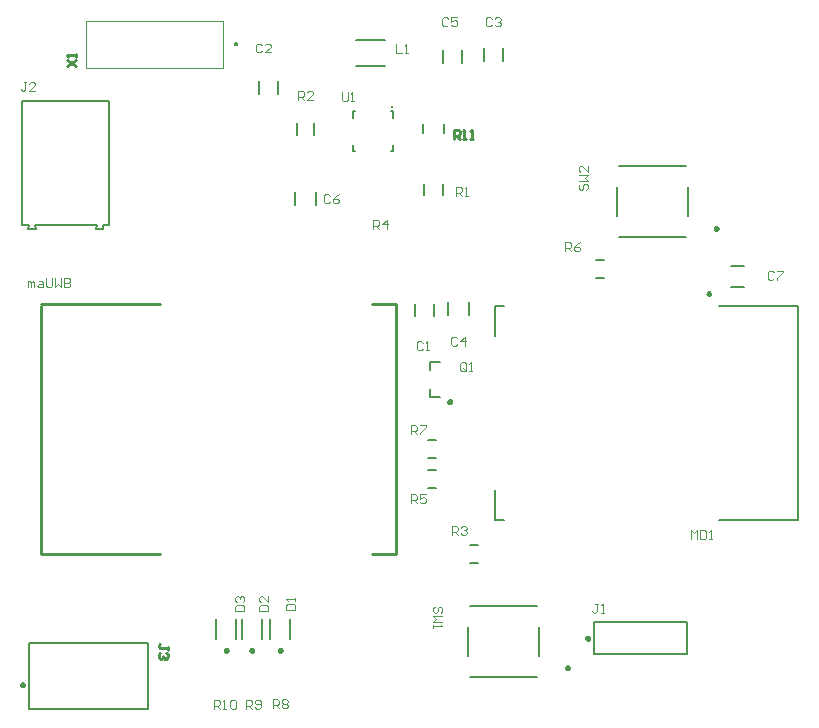
<source format=gto>
%FSTAX23Y23*%
%MOIN*%
%SFA1B1*%

%IPPOS*%
%ADD10C,0.009840*%
%ADD11C,0.007870*%
%ADD12C,0.003940*%
%ADD13C,0.010000*%
%LNmblps_transreceiver_pcb_2-1*%
%LPD*%
G54D10*
X02323Y01417D02*
D01*
X02323Y01418*
X02323Y01418*
X02323Y01418*
X02323Y01419*
X02323Y01419*
X02323Y01419*
X02323Y0142*
X02322Y0142*
X02322Y0142*
X02322Y0142*
X02322Y01421*
X02322Y01421*
X02321Y01421*
X02321Y01421*
X02321Y01421*
X0232Y01422*
X0232Y01422*
X0232Y01422*
X0232Y01422*
X02319Y01422*
X02319Y01422*
X02318Y01422*
X02318*
X02318Y01422*
X02317Y01422*
X02317Y01422*
X02317Y01422*
X02316Y01422*
X02316Y01422*
X02316Y01421*
X02316Y01421*
X02315Y01421*
X02315Y01421*
X02315Y01421*
X02315Y0142*
X02314Y0142*
X02314Y0142*
X02314Y0142*
X02314Y01419*
X02314Y01419*
X02314Y01419*
X02314Y01418*
X02313Y01418*
X02313Y01418*
X02313Y01417*
X02313Y01417*
X02313Y01417*
X02314Y01416*
X02314Y01416*
X02314Y01416*
X02314Y01415*
X02314Y01415*
X02314Y01415*
X02314Y01414*
X02315Y01414*
X02315Y01414*
X02315Y01414*
X02315Y01413*
X02316Y01413*
X02316Y01413*
X02316Y01413*
X02316Y01413*
X02317Y01413*
X02317Y01412*
X02317Y01412*
X02318Y01412*
X02318Y01412*
X02318*
X02319Y01412*
X02319Y01412*
X0232Y01412*
X0232Y01413*
X0232Y01413*
X0232Y01413*
X02321Y01413*
X02321Y01413*
X02321Y01413*
X02322Y01414*
X02322Y01414*
X02322Y01414*
X02322Y01414*
X02322Y01415*
X02323Y01415*
X02323Y01415*
X02323Y01416*
X02323Y01416*
X02323Y01416*
X02323Y01417*
X02323Y01417*
X02323Y01417*
X00035Y00115D02*
D01*
X00035Y00115*
X00035Y00115*
X00035Y00116*
X00035Y00116*
X00034Y00116*
X00034Y00117*
X00034Y00117*
X00034Y00117*
X00034Y00117*
X00034Y00118*
X00033Y00118*
X00033Y00118*
X00033Y00118*
X00033Y00119*
X00032Y00119*
X00032Y00119*
X00032Y00119*
X00031Y00119*
X00031Y00119*
X00031Y00119*
X0003Y00119*
X0003Y00119*
X0003*
X00029Y00119*
X00029Y00119*
X00029Y00119*
X00028Y00119*
X00028Y00119*
X00028Y00119*
X00027Y00119*
X00027Y00119*
X00027Y00118*
X00027Y00118*
X00026Y00118*
X00026Y00118*
X00026Y00117*
X00026Y00117*
X00025Y00117*
X00025Y00117*
X00025Y00116*
X00025Y00116*
X00025Y00116*
X00025Y00115*
X00025Y00115*
X00025Y00115*
X00025Y00114*
X00025Y00114*
X00025Y00113*
X00025Y00113*
X00025Y00113*
X00025Y00112*
X00025Y00112*
X00026Y00112*
X00026Y00112*
X00026Y00111*
X00026Y00111*
X00027Y00111*
X00027Y00111*
X00027Y0011*
X00027Y0011*
X00028Y0011*
X00028Y0011*
X00028Y0011*
X00029Y0011*
X00029Y0011*
X00029Y0011*
X0003Y0011*
X0003*
X0003Y0011*
X00031Y0011*
X00031Y0011*
X00031Y0011*
X00032Y0011*
X00032Y0011*
X00032Y0011*
X00033Y0011*
X00033Y00111*
X00033Y00111*
X00033Y00111*
X00034Y00111*
X00034Y00112*
X00034Y00112*
X00034Y00112*
X00034Y00112*
X00034Y00113*
X00035Y00113*
X00035Y00113*
X00035Y00114*
X00035Y00114*
X00035Y00115*
X01919Y0027D02*
D01*
X01919Y0027*
X01919Y0027*
X01919Y00271*
X01919Y00271*
X01919Y00271*
X01919Y00272*
X01919Y00272*
X01918Y00272*
X01918Y00272*
X01918Y00273*
X01918Y00273*
X01918Y00273*
X01917Y00273*
X01917Y00274*
X01917Y00274*
X01916Y00274*
X01916Y00274*
X01916Y00274*
X01915Y00274*
X01915Y00274*
X01915Y00274*
X01914Y00274*
X01914*
X01914Y00274*
X01913Y00274*
X01913Y00274*
X01913Y00274*
X01912Y00274*
X01912Y00274*
X01912Y00274*
X01912Y00274*
X01911Y00273*
X01911Y00273*
X01911Y00273*
X01911Y00273*
X0191Y00272*
X0191Y00272*
X0191Y00272*
X0191Y00272*
X0191Y00271*
X0191Y00271*
X01909Y00271*
X01909Y0027*
X01909Y0027*
X01909Y0027*
X01909Y00269*
X01909Y00269*
X01909Y00268*
X0191Y00268*
X0191Y00268*
X0191Y00267*
X0191Y00267*
X0191Y00267*
X0191Y00267*
X01911Y00266*
X01911Y00266*
X01911Y00266*
X01911Y00266*
X01912Y00265*
X01912Y00265*
X01912Y00265*
X01912Y00265*
X01913Y00265*
X01913Y00265*
X01913Y00265*
X01914Y00265*
X01914Y00265*
X01914*
X01915Y00265*
X01915Y00265*
X01915Y00265*
X01916Y00265*
X01916Y00265*
X01916Y00265*
X01917Y00265*
X01917Y00265*
X01917Y00266*
X01918Y00266*
X01918Y00266*
X01918Y00266*
X01918Y00267*
X01918Y00267*
X01919Y00267*
X01919Y00267*
X01919Y00268*
X01919Y00268*
X01919Y00268*
X01919Y00269*
X01919Y00269*
X01919Y0027*
X00714Y00229D02*
D01*
X00714Y00229*
X00714Y00229*
X00714Y0023*
X00714Y0023*
X00714Y0023*
X00714Y00231*
X00714Y00231*
X00714Y00231*
X00713Y00232*
X00713Y00232*
X00713Y00232*
X00713Y00232*
X00713Y00233*
X00712Y00233*
X00712Y00233*
X00712Y00233*
X00711Y00233*
X00711Y00233*
X00711Y00233*
X0071Y00233*
X0071Y00234*
X0071Y00234*
X00709*
X00709Y00234*
X00709Y00233*
X00708Y00233*
X00708Y00233*
X00708Y00233*
X00707Y00233*
X00707Y00233*
X00707Y00233*
X00706Y00233*
X00706Y00232*
X00706Y00232*
X00706Y00232*
X00706Y00232*
X00705Y00231*
X00705Y00231*
X00705Y00231*
X00705Y0023*
X00705Y0023*
X00705Y0023*
X00705Y00229*
X00705Y00229*
X00705Y00229*
X00705Y00228*
X00705Y00228*
X00705Y00228*
X00705Y00227*
X00705Y00227*
X00705Y00227*
X00705Y00226*
X00705Y00226*
X00706Y00226*
X00706Y00225*
X00706Y00225*
X00706Y00225*
X00706Y00225*
X00707Y00225*
X00707Y00224*
X00707Y00224*
X00708Y00224*
X00708Y00224*
X00708Y00224*
X00709Y00224*
X00709Y00224*
X00709Y00224*
X0071*
X0071Y00224*
X0071Y00224*
X00711Y00224*
X00711Y00224*
X00711Y00224*
X00712Y00224*
X00712Y00224*
X00712Y00225*
X00713Y00225*
X00713Y00225*
X00713Y00225*
X00713Y00225*
X00713Y00226*
X00714Y00226*
X00714Y00226*
X00714Y00227*
X00714Y00227*
X00714Y00227*
X00714Y00228*
X00714Y00228*
X00714Y00228*
X00714Y00229*
X00894D02*
D01*
X00894Y00229*
X00894Y00229*
X00894Y0023*
X00894Y0023*
X00894Y0023*
X00894Y00231*
X00894Y00231*
X00894Y00231*
X00893Y00232*
X00893Y00232*
X00893Y00232*
X00893Y00232*
X00893Y00233*
X00892Y00233*
X00892Y00233*
X00892Y00233*
X00891Y00233*
X00891Y00233*
X00891Y00233*
X0089Y00233*
X0089Y00234*
X0089Y00234*
X00889*
X00889Y00234*
X00889Y00233*
X00888Y00233*
X00888Y00233*
X00888Y00233*
X00887Y00233*
X00887Y00233*
X00887Y00233*
X00886Y00233*
X00886Y00232*
X00886Y00232*
X00886Y00232*
X00886Y00232*
X00885Y00231*
X00885Y00231*
X00885Y00231*
X00885Y0023*
X00885Y0023*
X00885Y0023*
X00885Y00229*
X00885Y00229*
X00885Y00229*
X00885Y00228*
X00885Y00228*
X00885Y00228*
X00885Y00227*
X00885Y00227*
X00885Y00227*
X00885Y00226*
X00885Y00226*
X00886Y00226*
X00886Y00225*
X00886Y00225*
X00886Y00225*
X00886Y00225*
X00887Y00225*
X00887Y00224*
X00887Y00224*
X00888Y00224*
X00888Y00224*
X00888Y00224*
X00889Y00224*
X00889Y00224*
X00889Y00224*
X0089*
X0089Y00224*
X0089Y00224*
X00891Y00224*
X00891Y00224*
X00891Y00224*
X00892Y00224*
X00892Y00224*
X00892Y00225*
X00893Y00225*
X00893Y00225*
X00893Y00225*
X00893Y00225*
X00893Y00226*
X00894Y00226*
X00894Y00226*
X00894Y00227*
X00894Y00227*
X00894Y00227*
X00894Y00228*
X00894Y00228*
X00894Y00228*
X00894Y00229*
X00799D02*
D01*
X00799Y00229*
X00799Y00229*
X00799Y0023*
X00799Y0023*
X00799Y0023*
X00799Y00231*
X00799Y00231*
X00799Y00231*
X00798Y00232*
X00798Y00232*
X00798Y00232*
X00798Y00232*
X00798Y00233*
X00797Y00233*
X00797Y00233*
X00797Y00233*
X00796Y00233*
X00796Y00233*
X00796Y00233*
X00795Y00233*
X00795Y00234*
X00795Y00234*
X00794*
X00794Y00234*
X00794Y00233*
X00793Y00233*
X00793Y00233*
X00793Y00233*
X00792Y00233*
X00792Y00233*
X00792Y00233*
X00791Y00233*
X00791Y00232*
X00791Y00232*
X00791Y00232*
X00791Y00232*
X0079Y00231*
X0079Y00231*
X0079Y00231*
X0079Y0023*
X0079Y0023*
X0079Y0023*
X0079Y00229*
X0079Y00229*
X0079Y00229*
X0079Y00228*
X0079Y00228*
X0079Y00228*
X0079Y00227*
X0079Y00227*
X0079Y00227*
X0079Y00226*
X0079Y00226*
X00791Y00226*
X00791Y00225*
X00791Y00225*
X00791Y00225*
X00791Y00225*
X00792Y00225*
X00792Y00224*
X00792Y00224*
X00793Y00224*
X00793Y00224*
X00793Y00224*
X00794Y00224*
X00794Y00224*
X00794Y00224*
X00795*
X00795Y00224*
X00795Y00224*
X00796Y00224*
X00796Y00224*
X00796Y00224*
X00797Y00224*
X00797Y00224*
X00797Y00225*
X00798Y00225*
X00798Y00225*
X00798Y00225*
X00798Y00225*
X00798Y00226*
X00799Y00226*
X00799Y00226*
X00799Y00227*
X00799Y00227*
X00799Y00227*
X00799Y00228*
X00799Y00228*
X00799Y00228*
X00799Y00229*
X02347Y01636D02*
D01*
X02347Y01636*
X02347Y01637*
X02347Y01637*
X02347Y01637*
X02347Y01638*
X02347Y01638*
X02346Y01638*
X02346Y01639*
X02346Y01639*
X02346Y01639*
X02346Y01639*
X02345Y0164*
X02345Y0164*
X02345Y0164*
X02345Y0164*
X02344Y0164*
X02344Y0164*
X02344Y01641*
X02343Y01641*
X02343Y01641*
X02343Y01641*
X02342Y01641*
X02342*
X02342Y01641*
X02341Y01641*
X02341Y01641*
X02341Y01641*
X0234Y0164*
X0234Y0164*
X0234Y0164*
X02339Y0164*
X02339Y0164*
X02339Y0164*
X02339Y01639*
X02338Y01639*
X02338Y01639*
X02338Y01639*
X02338Y01638*
X02338Y01638*
X02337Y01638*
X02337Y01637*
X02337Y01637*
X02337Y01637*
X02337Y01636*
X02337Y01636*
X02337Y01636*
X02337Y01635*
X02337Y01635*
X02337Y01635*
X02337Y01634*
X02338Y01634*
X02338Y01634*
X02338Y01633*
X02338Y01633*
X02338Y01633*
X02339Y01633*
X02339Y01632*
X02339Y01632*
X02339Y01632*
X0234Y01632*
X0234Y01631*
X0234Y01631*
X02341Y01631*
X02341Y01631*
X02341Y01631*
X02342Y01631*
X02342Y01631*
X02342*
X02343Y01631*
X02343Y01631*
X02343Y01631*
X02344Y01631*
X02344Y01631*
X02344Y01631*
X02345Y01632*
X02345Y01632*
X02345Y01632*
X02345Y01632*
X02346Y01633*
X02346Y01633*
X02346Y01633*
X02346Y01633*
X02346Y01634*
X02347Y01634*
X02347Y01634*
X02347Y01635*
X02347Y01635*
X02347Y01635*
X02347Y01636*
X02347Y01636*
X01459Y01057D02*
D01*
X01459Y01058*
X01459Y01058*
X01459Y01058*
X01459Y01059*
X01459Y01059*
X01459Y01059*
X01459Y0106*
X01459Y0106*
X01458Y0106*
X01458Y0106*
X01458Y01061*
X01458Y01061*
X01458Y01061*
X01457Y01061*
X01457Y01062*
X01457Y01062*
X01456Y01062*
X01456Y01062*
X01456Y01062*
X01455Y01062*
X01455Y01062*
X01455Y01062*
X01454*
X01454Y01062*
X01454Y01062*
X01453Y01062*
X01453Y01062*
X01453Y01062*
X01452Y01062*
X01452Y01062*
X01452Y01061*
X01451Y01061*
X01451Y01061*
X01451Y01061*
X01451Y0106*
X01451Y0106*
X0145Y0106*
X0145Y0106*
X0145Y01059*
X0145Y01059*
X0145Y01059*
X0145Y01058*
X0145Y01058*
X0145Y01058*
X0145Y01057*
X0145Y01057*
X0145Y01057*
X0145Y01056*
X0145Y01056*
X0145Y01056*
X0145Y01055*
X0145Y01055*
X0145Y01055*
X01451Y01054*
X01451Y01054*
X01451Y01054*
X01451Y01054*
X01451Y01053*
X01452Y01053*
X01452Y01053*
X01452Y01053*
X01453Y01053*
X01453Y01053*
X01453Y01053*
X01454Y01052*
X01454Y01052*
X01454Y01052*
X01455*
X01455Y01052*
X01455Y01052*
X01456Y01053*
X01456Y01053*
X01456Y01053*
X01457Y01053*
X01457Y01053*
X01457Y01053*
X01458Y01053*
X01458Y01054*
X01458Y01054*
X01458Y01054*
X01458Y01054*
X01459Y01055*
X01459Y01055*
X01459Y01055*
X01459Y01056*
X01459Y01056*
X01459Y01056*
X01459Y01057*
X01459Y01057*
X01459Y01057*
X01852Y00171D02*
D01*
X01852Y00171*
X01852Y00172*
X01852Y00172*
X01852Y00172*
X01852Y00173*
X01852Y00173*
X01851Y00173*
X01851Y00174*
X01851Y00174*
X01851Y00174*
X01851Y00174*
X0185Y00175*
X0185Y00175*
X0185Y00175*
X0185Y00175*
X01849Y00175*
X01849Y00175*
X01849Y00176*
X01848Y00176*
X01848Y00176*
X01848Y00176*
X01847Y00176*
X01847*
X01847Y00176*
X01846Y00176*
X01846Y00176*
X01846Y00176*
X01845Y00175*
X01845Y00175*
X01845Y00175*
X01844Y00175*
X01844Y00175*
X01844Y00175*
X01844Y00174*
X01843Y00174*
X01843Y00174*
X01843Y00174*
X01843Y00173*
X01843Y00173*
X01842Y00173*
X01842Y00172*
X01842Y00172*
X01842Y00172*
X01842Y00171*
X01842Y00171*
X01842Y00171*
X01842Y0017*
X01842Y0017*
X01842Y0017*
X01842Y00169*
X01843Y00169*
X01843Y00169*
X01843Y00168*
X01843Y00168*
X01843Y00168*
X01844Y00168*
X01844Y00167*
X01844Y00167*
X01844Y00167*
X01845Y00167*
X01845Y00166*
X01845Y00166*
X01846Y00166*
X01846Y00166*
X01846Y00166*
X01847Y00166*
X01847Y00166*
X01847*
X01848Y00166*
X01848Y00166*
X01848Y00166*
X01849Y00166*
X01849Y00166*
X01849Y00166*
X0185Y00167*
X0185Y00167*
X0185Y00167*
X0185Y00167*
X01851Y00168*
X01851Y00168*
X01851Y00168*
X01851Y00168*
X01851Y00169*
X01852Y00169*
X01852Y00169*
X01852Y0017*
X01852Y0017*
X01852Y0017*
X01852Y00171*
X01852Y00171*
G54D11*
X00737Y0225D02*
D01*
X00737Y02249*
X00737Y02249*
X00737Y02249*
X00737Y02248*
X00737Y02248*
X00738Y02248*
X00738Y02248*
X00738Y02247*
X00738Y02247*
X00738Y02247*
X00738Y02247*
X00739Y02247*
X00739Y02246*
X00739Y02246*
X00739Y02246*
X00739Y02246*
X0074Y02246*
X0074Y02246*
X0074Y02246*
X0074Y02246*
X00741Y02246*
X00741Y02246*
X00741*
X00742Y02246*
X00742Y02246*
X00742Y02246*
X00742Y02246*
X00743Y02246*
X00743Y02246*
X00743Y02246*
X00743Y02246*
X00744Y02246*
X00744Y02247*
X00744Y02247*
X00744Y02247*
X00744Y02247*
X00745Y02247*
X00745Y02248*
X00745Y02248*
X00745Y02248*
X00745Y02248*
X00745Y02249*
X00745Y02249*
X00745Y02249*
Y0225*
D01*
X00745Y0225*
X00745Y0225*
X00745Y0225*
X00745Y02251*
X00745Y02251*
X00745Y02251*
X00745Y02251*
X00744Y02252*
X00744Y02252*
X00744Y02252*
X00744Y02252*
X00744Y02252*
X00744Y02253*
X00743Y02253*
X00743Y02253*
X00743Y02253*
X00743Y02253*
X00742Y02253*
X00742Y02253*
X00742Y02253*
X00742Y02253*
X00741Y02253*
X00741*
X00741Y02253*
X0074Y02253*
X0074Y02253*
X0074Y02253*
X0074Y02253*
X00739Y02253*
X00739Y02253*
X00739Y02253*
X00739Y02253*
X00739Y02252*
X00738Y02252*
X00738Y02252*
X00738Y02252*
X00738Y02252*
X00738Y02251*
X00738Y02251*
X00737Y02251*
X00737Y02251*
X00737Y0225*
X00737Y0225*
X00737Y0225*
X00737Y0225*
X01496Y02188D02*
Y02231D01*
X01433Y02188D02*
Y02231D01*
X01631Y02193D02*
Y02236D01*
X01568Y02193D02*
Y02236D01*
X00881Y02083D02*
Y02126D01*
X00818Y02083D02*
Y02126D01*
X01401Y01342D02*
Y01385D01*
X01338Y01342D02*
Y01385D01*
X02616Y00663D02*
Y01378D01*
X01606Y00663D02*
X01636D01*
X02351D02*
X02616D01*
X01606Y01278D02*
Y01378D01*
Y00663D02*
Y00763D01*
Y01378D02*
X01636D01*
X02351D02*
X02616D01*
X00053Y00032D02*
Y00252D01*
Y00032D02*
X00447D01*
Y00252*
X00053D02*
X00447D01*
X01434Y01955D02*
Y01984D01*
X01365Y01955D02*
Y01984D01*
X01368Y01748D02*
Y01785D01*
X01431Y01748D02*
Y01785D01*
X01382Y0087D02*
X01409D01*
X01382Y00929D02*
X01409D01*
X01941Y0147D02*
X01968D01*
X01941Y01529D02*
X01968D01*
X01382Y0077D02*
X01409D01*
X01382Y00829D02*
X01409D01*
X01522Y0052D02*
X01549D01*
X01522Y00579D02*
X01549D01*
X00946Y01948D02*
Y01987D01*
X01003Y01948D02*
Y01987D01*
X0126Y01893D02*
X01266D01*
X01133D02*
X01139D01*
X01133Y02026D02*
X01139D01*
X0126D02*
X01266D01*
Y02005D02*
Y02026D01*
Y01893D02*
Y01914D01*
X01133Y01893D02*
Y01914D01*
Y02005D02*
Y02026D01*
X01934Y00323D02*
X02245D01*
Y00216D02*
Y00323D01*
X01934Y00216D02*
X02245D01*
X01934D02*
Y00323D01*
X0152Y01348D02*
Y01391D01*
X01449Y01348D02*
Y01391D01*
X02393Y01439D02*
X02436D01*
X02393Y0151D02*
X02436D01*
X00676Y00266D02*
Y00333D01*
X00743Y00266D02*
Y00333D01*
X00856Y00266D02*
Y00333D01*
X00923Y00266D02*
Y00333D01*
X00761Y00266D02*
Y00333D01*
X00828Y00266D02*
Y00333D01*
X02018Y01606D02*
X02241D01*
X02011Y01676D02*
Y01773D01*
X02018Y01843D02*
X02241D01*
X02248Y01676D02*
Y01773D01*
X0139Y01164D02*
Y0119D01*
X01422*
X0139Y01075D02*
Y01101D01*
Y01075D02*
X01422D01*
X01523Y00141D02*
X01746D01*
X01516Y00211D02*
Y00308D01*
X01523Y00378D02*
X01746D01*
X01753Y00211D02*
Y00308D01*
X0101Y01713D02*
Y01756D01*
X00939Y01713D02*
Y01756D01*
X00029Y01648D02*
Y02061D01*
X0032Y01648D02*
Y02061D01*
X00029D02*
X0032D01*
X00274Y01632D02*
X003D01*
X00297Y01648D02*
X003Y01632D01*
X00274D02*
X00277Y01648D01*
X00297D02*
X0032D01*
X00071D02*
X00074Y01632D01*
X00048D02*
X00051Y01648D01*
X00048Y01632D02*
X00074D01*
X00029Y01648D02*
X00051D01*
X00071D02*
X00277D01*
X01141Y02263D02*
X01238D01*
X01141Y02176D02*
X01238D01*
G54D12*
X01262Y02042D02*
D01*
X01262Y02042*
X01262Y02042*
X01262Y02043*
X01262Y02043*
X01262Y02043*
X01262Y02043*
X01262Y02043*
X01262Y02043*
X01262Y02043*
X01262Y02043*
X01262Y02044*
X01261Y02044*
X01261Y02044*
X01261Y02044*
X01261Y02044*
X01261Y02044*
X01261Y02044*
X01261Y02044*
X01261Y02044*
X0126Y02044*
X0126Y02044*
X0126Y02044*
X0126*
X0126Y02044*
X0126Y02044*
X0126Y02044*
X0126Y02044*
X01259Y02044*
X01259Y02044*
X01259Y02044*
X01259Y02044*
X01259Y02044*
X01259Y02044*
X01259Y02044*
X01259Y02043*
X01259Y02043*
X01258Y02043*
X01258Y02043*
X01258Y02043*
X01258Y02043*
X01258Y02043*
X01258Y02043*
X01258Y02042*
X01258Y02042*
X01258Y02042*
X01258Y02042*
X01258Y02042*
X01258Y02042*
X01258Y02042*
X01258Y02042*
X01258Y02041*
X01258Y02041*
X01258Y02041*
X01259Y02041*
X01259Y02041*
X01259Y02041*
X01259Y02041*
X01259Y02041*
X01259Y02041*
X01259Y0204*
X01259Y0204*
X01259Y0204*
X0126Y0204*
X0126Y0204*
X0126Y0204*
X0126Y0204*
X0126Y0204*
X0126*
X0126Y0204*
X0126Y0204*
X01261Y0204*
X01261Y0204*
X01261Y0204*
X01261Y0204*
X01261Y0204*
X01261Y02041*
X01261Y02041*
X01261Y02041*
X01262Y02041*
X01262Y02041*
X01262Y02041*
X01262Y02041*
X01262Y02041*
X01262Y02041*
X01262Y02042*
X01262Y02042*
X01262Y02042*
X01262Y02042*
X01262Y02042*
X01262Y02042*
X00698Y02171D02*
Y02328D01*
X00241D02*
X00698D01*
X00241Y02171D02*
Y02328D01*
Y02171D02*
X00698D01*
X0145Y02335D02*
X01445Y02339D01*
X01435*
X0143Y02335*
Y02315*
X01435Y0231*
X01445*
X0145Y02315*
X01479Y02339D02*
X0146D01*
Y02325*
X0147Y0233*
X01474*
X01479Y02325*
Y02315*
X01474Y0231*
X01465*
X0146Y02315*
X0005Y0144D02*
Y0146D01*
X00055*
X0006Y01455*
Y0144*
Y01455*
X00065Y0146*
X0007Y01455*
Y0144*
X00085Y0146D02*
X00095D01*
X001Y01455*
Y0144*
X00085*
X0008Y01445*
X00085Y0145*
X001*
X0011Y0147D02*
Y01445D01*
X00115Y0144*
X00125*
X0013Y01445*
Y0147*
X00139D02*
Y0144D01*
X00149Y0145*
X00159Y0144*
Y0147*
X00169D02*
Y0144D01*
X00184*
X00189Y01445*
Y0145*
X00184Y01455*
X00169*
X00184*
X00189Y0146*
Y01465*
X00184Y0147*
X00169*
X01462Y00614D02*
Y00643D01*
X01476*
X01481Y00638*
Y00629*
X01476Y00624*
X01462*
X01472D02*
X01481Y00614D01*
X01491Y00638D02*
X01496Y00643D01*
X01506*
X01511Y00638*
Y00633*
X01506Y00629*
X01501*
X01506*
X01511Y00624*
Y00619*
X01506Y00614*
X01496*
X01491Y00619*
X0151Y01165D02*
Y01185D01*
X01505Y0119*
X01495*
X0149Y01185*
Y01165*
X01495Y0116*
X01505*
X015Y0117D02*
X0151Y0116D01*
X01505D02*
X0151Y01165D01*
X0152Y0116D02*
X01529D01*
X01524*
Y0119*
X0152Y01185*
X01095Y02089D02*
Y02065D01*
X011Y0206*
X0111*
X01115Y02065*
Y02089*
X01125Y0206D02*
X01134D01*
X01129*
Y02089*
X01125Y02085*
X012Y01635D02*
Y01664D01*
X01215*
X0122Y0166*
Y0165*
X01215Y01645*
X012*
X0121D02*
X0122Y01635D01*
X01244D02*
Y01664D01*
X0123Y0165*
X01249*
X01325Y0072D02*
Y00749D01*
X0134*
X01345Y00745*
Y00735*
X0134Y0073*
X01325*
X01335D02*
X01345Y0072D01*
X01374Y00749D02*
X01355D01*
Y00735*
X01365Y0074*
X01369*
X01374Y00735*
Y00725*
X01369Y0072*
X0136*
X01355Y00725*
X01325Y0095D02*
Y0098D01*
X0134*
X01345Y00975*
Y00965*
X0134Y0096*
X01325*
X01335D02*
X01345Y0095D01*
X01355Y0098D02*
X01374D01*
Y00975*
X01355Y00955*
Y0095*
X00043Y02123D02*
X00034D01*
X00039*
Y02099*
X00034Y02094*
X00029*
X00024Y02099*
X00073Y02094D02*
X00053D01*
X00073Y02113*
Y02118*
X00068Y02123*
X00058*
X00053Y02118*
X0189Y01785D02*
X01885Y0178D01*
Y0177*
X0189Y01765*
X01895*
X019Y0177*
Y0178*
X01905Y01785*
X0191*
X01914Y0178*
Y0177*
X0191Y01765*
X01885Y01795D02*
X01914D01*
X01905Y01805*
X01914Y01815*
X01885*
X01914Y01844D02*
Y01824D01*
X01895Y01844*
X0189*
X01885Y01839*
Y01829*
X0189Y01824*
X01425Y00355D02*
X01429Y00359D01*
Y00369*
X01425Y00374*
X0142*
X01415Y00369*
Y00359*
X0141Y00355*
X01405*
X014Y00359*
Y00369*
X01405Y00374*
X01429Y00345D02*
X014D01*
X0141Y00335*
X014Y00325*
X01429*
X014Y00315D02*
Y00305D01*
Y0031*
X01429*
X01425Y00315*
X00667Y00035D02*
Y00064D01*
X00682*
X00687Y0006*
Y0005*
X00682Y00045*
X00667*
X00677D02*
X00687Y00035D01*
X00697D02*
X00707D01*
X00702*
Y00064*
X00697Y0006*
X00722D02*
X00727Y00064D01*
X00737*
X00742Y0006*
Y0004*
X00737Y00035*
X00727*
X00722Y0004*
Y0006*
X00775Y00035D02*
Y00064D01*
X0079*
X00795Y0006*
Y0005*
X0079Y00045*
X00775*
X00785D02*
X00795Y00035D01*
X00805Y0004D02*
X0081Y00035D01*
X00819*
X00824Y0004*
Y0006*
X00819Y00064*
X0081*
X00805Y0006*
Y00055*
X0081Y0005*
X00824*
X00865Y00036D02*
Y00066D01*
X0088*
X00885Y00061*
Y00051*
X0088Y00046*
X00865*
X00875D02*
X00885Y00036D01*
X00895Y00061D02*
X009Y00066D01*
X00909*
X00914Y00061*
Y00056*
X00909Y00051*
X00914Y00046*
Y00041*
X00909Y00036*
X009*
X00895Y00041*
Y00046*
X009Y00051*
X00895Y00056*
Y00061*
X009Y00051D02*
X00909D01*
X0184Y0156D02*
Y0159D01*
X01855*
X0186Y01585*
Y01575*
X01855Y0157*
X0184*
X0185D02*
X0186Y0156D01*
X01889Y0159D02*
X01879Y01585D01*
X0187Y01575*
Y01565*
X01875Y0156*
X01884*
X01889Y01565*
Y0157*
X01884Y01575*
X0187*
X0095Y02065D02*
Y02095D01*
X00965*
X0097Y0209*
Y0208*
X00965Y02075*
X0095*
X0096D02*
X0097Y02065D01*
X00999D02*
X0098D01*
X00999Y02085*
Y0209*
X00994Y02095*
X00985*
X0098Y0209*
X01475Y01745D02*
Y01774D01*
X0149*
X01495Y0177*
Y0176*
X0149Y01755*
X01475*
X01485D02*
X01495Y01745D01*
X01505D02*
X01514D01*
X01509*
Y01774*
X01505Y0177*
X0226Y006D02*
Y00629D01*
X0227Y0062*
X0228Y00629*
Y006*
X0229Y00629D02*
Y006D01*
X02305*
X02309Y00605*
Y00625*
X02305Y00629*
X0229*
X02319Y006D02*
X02329D01*
X02324*
Y00629*
X02319Y00625*
X01275Y02249D02*
Y0222D01*
X01295*
X01305D02*
X01314D01*
X0131*
Y02249*
X01305Y02245*
X0195Y00385D02*
X0194D01*
X01945*
Y0036*
X0194Y00355*
X01935*
X0193Y0036*
X0196Y00355D02*
X01969D01*
X01965*
Y00385*
X0196Y0038*
X0074Y0036D02*
X00769D01*
Y00375*
X00765Y0038*
X00745*
X0074Y00375*
Y0036*
X00745Y0039D02*
X0074Y00395D01*
Y00404*
X00745Y00409*
X0075*
X00755Y00404*
Y00399*
Y00404*
X0076Y00409*
X00765*
X00769Y00404*
Y00395*
X00765Y0039*
X0082Y0036D02*
X0085D01*
Y00375*
X00845Y0038*
X00825*
X0082Y00375*
Y0036*
X0085Y00409D02*
Y0039D01*
X0083Y00409*
X00825*
X0082Y00404*
Y00395*
X00825Y0039*
X0091Y00365D02*
X00939D01*
Y0038*
X00935Y00385*
X00915*
X0091Y0038*
Y00365*
X00939Y00395D02*
Y00404D01*
Y00399*
X0091*
X00915Y00395*
X02535Y0149D02*
X0253Y01494D01*
X0252*
X02515Y0149*
Y0147*
X0252Y01465*
X0253*
X02535Y0147*
X02545Y01494D02*
X02564D01*
Y0149*
X02545Y0147*
Y01465*
X01055Y01745D02*
X0105Y01749D01*
X0104*
X01035Y01745*
Y01725*
X0104Y0172*
X0105*
X01055Y01725*
X01084Y01749D02*
X01075Y01745D01*
X01065Y01735*
Y01725*
X0107Y0172*
X01079*
X01084Y01725*
Y0173*
X01079Y01735*
X01065*
X0148Y0127D02*
X01475Y01274D01*
X01465*
X0146Y0127*
Y0125*
X01465Y01245*
X01475*
X0148Y0125*
X01504Y01245D02*
Y01274D01*
X0149Y0126*
X01509*
X01595Y02335D02*
X0159Y02339D01*
X0158*
X01575Y02335*
Y02315*
X0158Y0231*
X0159*
X01595Y02315*
X01605Y02335D02*
X0161Y02339D01*
X01619*
X01624Y02335*
Y0233*
X01619Y02325*
X01615*
X01619*
X01624Y0232*
Y02315*
X01619Y0231*
X0161*
X01605Y02315*
X00827Y02246D02*
X00823Y02251D01*
X00813*
X00808Y02246*
Y02227*
X00813Y02222*
X00823*
X00827Y02227*
X00857Y02222D02*
X00837D01*
X00857Y02241*
Y02246*
X00852Y02251*
X00842*
X00837Y02246*
X01365Y01255D02*
X0136Y01259D01*
X0135*
X01345Y01255*
Y01235*
X0135Y0123*
X0136*
X01365Y01235*
X01375Y0123D02*
X01384D01*
X01379*
Y01259*
X01375Y01255*
G54D13*
X01194Y01383D02*
X01274D01*
X01194Y0055D02*
X01274D01*
X00091Y01385D02*
X00487D01*
X00093Y0055D02*
X00489D01*
X00093D02*
Y01376D01*
X01274Y01383D02*
Y0055D01*
X00515Y00231D02*
Y00241D01*
Y00236*
X0049*
X00485Y00241*
Y00246*
X0049Y00251*
X0051Y00221D02*
X00515Y00216D01*
Y00206*
X0051Y00201*
X00505*
X005Y00206*
Y00211*
Y00206*
X00495Y00201*
X0049*
X00485Y00206*
Y00216*
X0049Y00221*
X01467Y01935D02*
Y01965D01*
X01482*
X01487Y0196*
Y0195*
X01482Y01945*
X01467*
X01477D02*
X01487Y01935D01*
X01497D02*
X01507D01*
X01502*
Y01965*
X01497Y0196*
X01522Y01935D02*
X01532D01*
X01527*
Y01965*
X01522Y0196*
X00177Y02177D02*
X00207Y02197D01*
X00177D02*
X00207Y02177D01*
Y02207D02*
Y02217D01*
Y02212*
X00177*
X00182Y02207*
M02*
</source>
